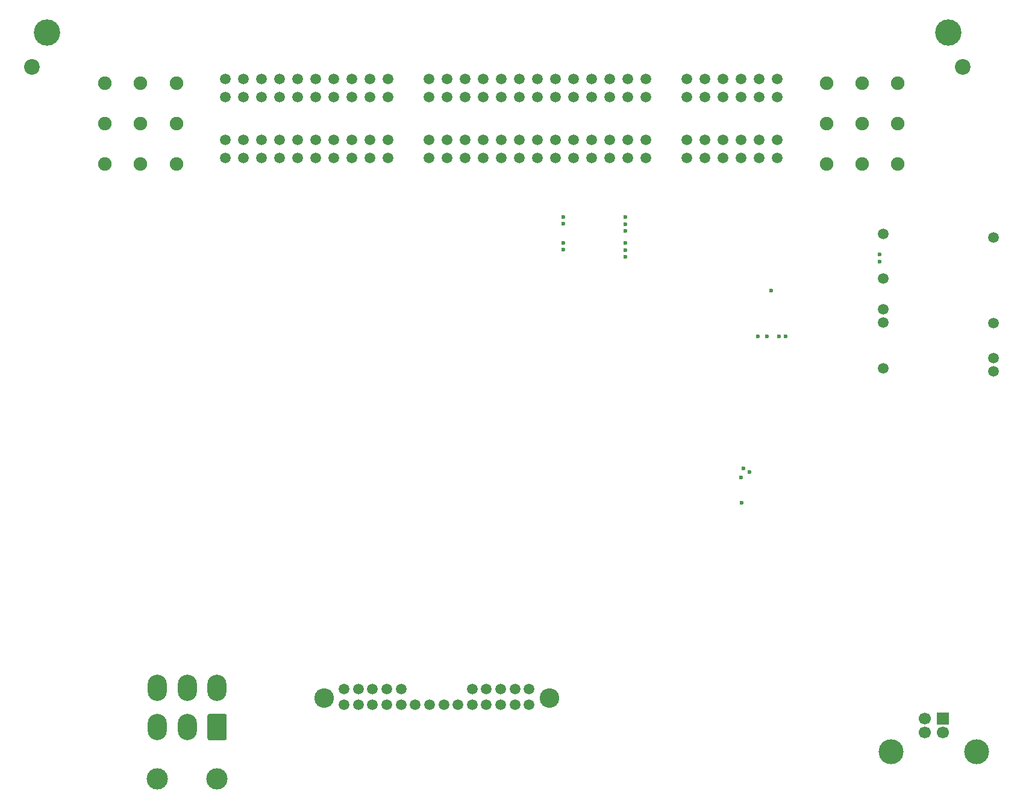
<source format=gbs>
G04 #@! TF.GenerationSoftware,KiCad,Pcbnew,8.0.8-8.0.8-0~ubuntu24.04.1*
G04 #@! TF.CreationDate,2025-02-16T13:58:24+00:00*
G04 #@! TF.ProjectId,hellenbms46,68656c6c-656e-4626-9d73-34362e6b6963,rev?*
G04 #@! TF.SameCoordinates,PX4c4b400PY96ae380*
G04 #@! TF.FileFunction,Soldermask,Bot*
G04 #@! TF.FilePolarity,Negative*
%FSLAX46Y46*%
G04 Gerber Fmt 4.6, Leading zero omitted, Abs format (unit mm)*
G04 Created by KiCad (PCBNEW 8.0.8-8.0.8-0~ubuntu24.04.1) date 2025-02-16 13:58:24*
%MOMM*%
%LPD*%
G01*
G04 APERTURE LIST*
%ADD10C,2.750000*%
%ADD11C,1.500000*%
%ADD12C,0.600000*%
%ADD13R,1.700000X1.700000*%
%ADD14C,1.700000*%
%ADD15C,3.500000*%
%ADD16C,3.000000*%
%ADD17O,2.700000X3.700000*%
%ADD18C,0.599999*%
%ADD19C,2.200000*%
%ADD20C,3.700000*%
%ADD21C,1.900000*%
G04 APERTURE END LIST*
D10*
G04 #@! TO.C,J2001*
X57565600Y17995200D03*
X89265600Y17995200D03*
D11*
X60415600Y19295200D03*
X62415600Y19295200D03*
X64415600Y19295200D03*
X66415600Y19295200D03*
X68415600Y19295200D03*
X78415600Y19295200D03*
X80415600Y19295200D03*
X82415600Y19295200D03*
X84415600Y19295200D03*
X86415600Y19295200D03*
X60415600Y17095200D03*
X62415600Y17095200D03*
X64415600Y17095200D03*
X66415600Y17095200D03*
X68415600Y17095200D03*
X70415600Y17095200D03*
X72415600Y17095200D03*
X74415600Y17095200D03*
X76415600Y17095200D03*
X78415600Y17095200D03*
X80415600Y17095200D03*
X82415600Y17095200D03*
X84415600Y17095200D03*
X86415600Y17095200D03*
G04 #@! TD*
D12*
G04 #@! TO.C,M6002*
X99932800Y81924196D03*
X99932800Y80974196D03*
X99932800Y80024198D03*
X91232800Y81024196D03*
X91232800Y81924196D03*
G04 #@! TD*
D11*
G04 #@! TO.C,M3001*
X136153005Y64347001D03*
X136153005Y70746998D03*
X136153005Y72647001D03*
X136153005Y76947001D03*
D12*
X135703006Y79346998D03*
X135703006Y80346999D03*
D11*
X136153005Y83197001D03*
X151653002Y63896999D03*
X151653002Y65746998D03*
X151653002Y70697001D03*
X151653002Y82746999D03*
G04 #@! TD*
D13*
G04 #@! TO.C,J3001*
X144541600Y15186800D03*
D14*
X142041600Y15186800D03*
X142041600Y13186800D03*
X144541600Y13186800D03*
D15*
X149311600Y10476800D03*
X137271600Y10476800D03*
G04 #@! TD*
D12*
G04 #@! TO.C,M6001*
X99938200Y85567398D03*
X99938200Y84617398D03*
X99938200Y83667400D03*
X91238200Y84667398D03*
X91238200Y85567398D03*
G04 #@! TD*
D16*
G04 #@! TO.C,J2002*
X42564000Y6655000D03*
X34164000Y6655000D03*
G36*
G01*
X43914000Y15554999D02*
X43914000Y12355001D01*
G75*
G02*
X43663999Y12105000I-250001J0D01*
G01*
X41464001Y12105000D01*
G75*
G02*
X41214000Y12355001I0J250001D01*
G01*
X41214000Y15554999D01*
G75*
G02*
X41464001Y15805000I250001J0D01*
G01*
X43663999Y15805000D01*
G75*
G02*
X43914000Y15554999I0J-250001D01*
G01*
G37*
D17*
X38364000Y13955000D03*
X34164000Y13955000D03*
X42564000Y19455000D03*
X38364000Y19455000D03*
X34164000Y19455000D03*
G04 #@! TD*
D18*
G04 #@! TO.C,M3005*
X120424293Y75290566D03*
X118594300Y68865567D03*
X119869298Y68865567D03*
X121519287Y68865567D03*
X122419298Y68865567D03*
G04 #@! TD*
G04 #@! TO.C,M3003*
X116490502Y50315338D03*
X117365504Y49790338D03*
X116190500Y49040340D03*
X116265503Y45490339D03*
G04 #@! TD*
D19*
G04 #@! TO.C,P2001*
X147376500Y106645000D03*
D20*
X145344500Y111540000D03*
X18630500Y111540000D03*
D19*
X16576500Y106645000D03*
D21*
X138231500Y104420000D03*
X133236500Y104420000D03*
X128240500Y104420000D03*
X138231500Y98719000D03*
X133236500Y98719000D03*
X128240500Y98719000D03*
X138231500Y93019000D03*
X133236500Y93019000D03*
X128240500Y93019000D03*
D11*
X121233500Y105012000D03*
X118693500Y105012000D03*
X116153500Y105012000D03*
X113613500Y105012000D03*
X111072500Y105012000D03*
X108532500Y105012000D03*
X121233500Y102469000D03*
X118693500Y102469000D03*
X116153500Y102469000D03*
X113613500Y102469000D03*
X111072500Y102469000D03*
X108532500Y102469000D03*
X121233500Y96430000D03*
X118693500Y96430000D03*
X116153500Y96430000D03*
X113613500Y96430000D03*
X111072500Y96430000D03*
X108532500Y96430000D03*
X121233500Y93867000D03*
X118693500Y93867000D03*
X116153500Y93867000D03*
X113613500Y93867000D03*
X111072500Y93867000D03*
X108532500Y93867000D03*
X102838500Y105012000D03*
X100298500Y105012000D03*
X97758500Y105012000D03*
X95218500Y105012000D03*
X92677500Y105012000D03*
X90137500Y105012000D03*
X87597500Y105012000D03*
X85057500Y105012000D03*
X82516500Y105012000D03*
X79976500Y105012000D03*
X77436500Y105012000D03*
X74896500Y105012000D03*
X72356500Y105012000D03*
X102838500Y102469000D03*
X100298500Y102469000D03*
X97758500Y102469000D03*
X95218500Y102469000D03*
X92677500Y102469000D03*
X90137500Y102469000D03*
X87597500Y102469000D03*
X85057500Y102469000D03*
X82516500Y102469000D03*
X79976500Y102469000D03*
X77436500Y102469000D03*
X74896500Y102469000D03*
X72356500Y102469000D03*
X102838500Y96430000D03*
X100298500Y96430000D03*
X97758500Y96430000D03*
X95218500Y96430000D03*
X92677500Y96430000D03*
X90137500Y96430000D03*
X87597500Y96430000D03*
X85057500Y96430000D03*
X82516500Y96430000D03*
X79976500Y96430000D03*
X77436500Y96430000D03*
X74896500Y96430000D03*
X72356500Y96430000D03*
X102838500Y93867000D03*
X100298500Y93867000D03*
X97758500Y93867000D03*
X95218500Y93867000D03*
X92677500Y93867000D03*
X90137500Y93867000D03*
X87597500Y93867000D03*
X85057500Y93867000D03*
X82516500Y93867000D03*
X79976500Y93867000D03*
X77436500Y93867000D03*
X74896500Y93867000D03*
X72356500Y93867000D03*
X66618500Y105012000D03*
X64078500Y105012000D03*
X61538500Y105012000D03*
X58998500Y105012000D03*
X56458500Y105012000D03*
X53917500Y105012000D03*
X51377500Y105012000D03*
X48837500Y105012000D03*
X46297500Y105012000D03*
X43756500Y105012000D03*
X66618500Y102469000D03*
X64078500Y102469000D03*
X61538500Y102469000D03*
X58998500Y102469000D03*
X56458500Y102469000D03*
X53917500Y102469000D03*
X51377500Y102469000D03*
X48837500Y102469000D03*
X46297500Y102469000D03*
X43756500Y102469000D03*
X66618500Y96430000D03*
X64078500Y96430000D03*
X61538500Y96430000D03*
X58998500Y96430000D03*
X56458500Y96430000D03*
X53917500Y96430000D03*
X51377500Y96430000D03*
X48837500Y96430000D03*
X46297500Y96430000D03*
X43756500Y96430000D03*
X66618500Y93867000D03*
X64078500Y93867000D03*
X61538500Y93867000D03*
X58998500Y93867000D03*
X56458500Y93867000D03*
X53917500Y93867000D03*
X51377500Y93867000D03*
X48837500Y93867000D03*
X46297500Y93867000D03*
X43756500Y93867000D03*
D21*
X36834500Y104420000D03*
X31817500Y104420000D03*
X26822500Y104420000D03*
X36834500Y98719000D03*
X31817500Y98719000D03*
X26822500Y98719000D03*
X36834500Y93019000D03*
X31817500Y93019000D03*
X26822500Y93019000D03*
G04 #@! TD*
M02*

</source>
